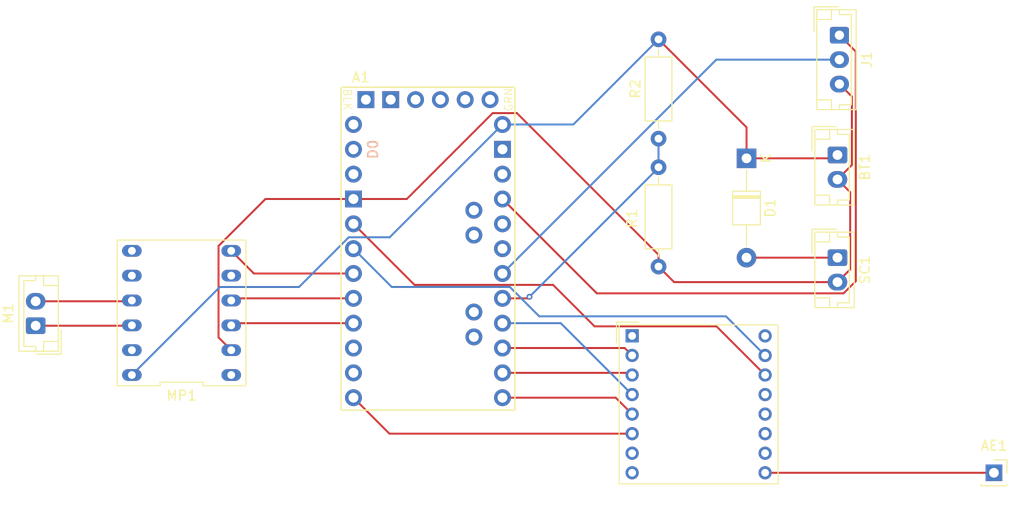
<source format=kicad_pcb>
(kicad_pcb (version 20240108) (generator "pcbnew") (generator_version "8.0")
  (layers (0 "F.Cu" signal) (31 "B.Cu" signal) (34 "B.Paste" user) (35 "F.Paste" user) (36 "B.SilkS" user "B.Silkscreen") (37 "F.SilkS" user "F.Silkscreen") (38 "B.Mask" user) (39 "F.Mask" user) (44 "Edge.Cuts" user))
  (net 0 "")
  (net 1 "Net-(D1-A)")
  (net 2 "GND")
  (net 3 "Net-(A1-PadA0)")
  (net 5 "Net-(A1-D13_SCK)")
  (net 7 "Net-(A1-D3_INT1)")
  (net 10 "Net-(A1-D10_CS)")
  (net 11 "Net-(A1-D2_INT0)")
  (net 12 "Net-(A1-D11_MOSI)")
  (net 16 "Net-(U1-RESET)")
  (net 18 "Net-(A1-D12_MISO)")
  (net 21 "Net-(MP1-IN2)")
  (net 23 "Net-(J1-Pin_2)")
  (net 25 "Net-(J1-Pin_1)")
  (net 31 "+BATT")
  (net 32 "Net-(MP1-nSLEEP_HB)")
  (net 34 "Net-(MP1-IN1)")
  (net 44 "Net-(AE1-A)")
  (net 45 "Net-(M1-+)")
  (net 46 "Net-(M1--)")
  (footprint "Connector_JST:JST_EH_B2B-EH-A_1x02_P2.50mm_Vertical" (layer "F.Cu") (at 57 82.96 90)
    (property "Reference" "M1" (at 1.25 -2.8 90) (layer "F.SilkS"))
    (property "Value" "Motor_DC")
    (pad "1" thru_hole roundrect (at 0 0 90) (size 1.7 2) (drill 1) (layers "*.Cu" "*.Mask" "In1.Cu" "In2.Cu" "In3.Cu" "In4.Cu" "In5.Cu" "In6.Cu" "In7.Cu" "In8.Cu" "In9.Cu" "In10.Cu" "In11.Cu" "In12.Cu" "In13.Cu" "In14.Cu" "In15.Cu" "In16.Cu" "In17.Cu" "In18.Cu" "In19.Cu" "In20.Cu" "In21.Cu" "In22.Cu" "In23.Cu" "In24.Cu" "In25.Cu" "In26.Cu" "In27.Cu" "In28.Cu" "In29.Cu" "In30.Cu") (roundrect_rratio 0.147059) (net 45 "Net-(M1-+)"))
    (pad "2" thru_hole oval (at 2.5 0 90) (size 1.7 2) (drill 1) (layers "*.Cu" "*.Mask" "In1.Cu" "In2.Cu" "In3.Cu" "In4.Cu" "In5.Cu" "In6.Cu" "In7.Cu" "In8.Cu" "In9.Cu" "In10.Cu" "In11.Cu" "In12.Cu" "In13.Cu" "In14.Cu" "In15.Cu" "In16.Cu" "In17.Cu" "In18.Cu" "In19.Cu" "In20.Cu" "In21.Cu" "In22.Cu" "In23.Cu" "In24.Cu" "In25.Cu" "In26.Cu" "In27.Cu" "In28.Cu" "In29.Cu" "In30.Cu") (net 46 "Net-(M1--)"))
  )
  (footprint "Resistor_THT:R_Axial_DIN0207_L6.3mm_D2.5mm_P10.16mm_Horizontal" (layer "F.Cu") (at 120.7 66.75 -90)
    (property "Reference" "R1" (at 5.25 2.7 90) (layer "F.SilkS"))
    (property "Value" "R" (hide yes))
    (pad "1" thru_hole circle (at 0 0 270) (size 1.6 1.6) (drill 0.8) (layers "*.Cu" "*.Mask" "In1.Cu" "In2.Cu" "In3.Cu" "In4.Cu" "In5.Cu" "In6.Cu" "In7.Cu" "In8.Cu" "In9.Cu" "In10.Cu" "In11.Cu" "In12.Cu" "In13.Cu" "In14.Cu" "In15.Cu" "In16.Cu" "In17.Cu" "In18.Cu" "In19.Cu" "In20.Cu" "In21.Cu" "In22.Cu" "In23.Cu" "In24.Cu" "In25.Cu" "In26.Cu" "In27.Cu" "In28.Cu" "In29.Cu" "In30.Cu") (net 3 "Net-(A1-PadA0)"))
    (pad "2" thru_hole oval (at 10.16 0 270) (size 1.6 1.6) (drill 0.8) (layers "*.Cu" "*.Mask" "In1.Cu" "In2.Cu" "In3.Cu" "In4.Cu" "In5.Cu" "In6.Cu" "In7.Cu" "In8.Cu" "In9.Cu" "In10.Cu" "In11.Cu" "In12.Cu" "In13.Cu" "In14.Cu" "In15.Cu" "In16.Cu" "In17.Cu" "In18.Cu" "In19.Cu" "In20.Cu" "In21.Cu" "In22.Cu" "In23.Cu" "In24.Cu" "In25.Cu" "In26.Cu" "In27.Cu" "In28.Cu" "In29.Cu" "In30.Cu") (net 2 "GND"))
  )
  (footprint "PCM_arduino-library:Arduino_Pro_Mini_Socket" (layer "F.Cu") (at 97.12 75.08)
    (property "Reference" "A1" (at -6.858 -17.526 0) (layer "F.SilkS"))
    (property "Value" "Arduino_Pro_Mini_Socket")
    (fp_text user "D0" (at -5.715 -10.16 -90) (layer "B.SilkS") (effects (justify mirror)))
    (fp_text user "D0" (at -5.715 -10.16 -90) (layer "F.SilkS"))
    (fp_text user "BLK" (at -8.255 -15.24 -90) (layer "F.SilkS") (effects (font (size 0.8 0.8) (thickness 0.08))))
    (fp_text user "GRN" (at 8.255 -15.24 90) (layer "F.SilkS") (effects (font (size 0.8 0.8) (thickness 0.08))))
    (pad "A0" thru_hole circle (at 7.62 5.08) (size 1.7272 1.7272) (drill 1.016) (layers "*.Cu" "*.Mask" "In1.Cu" "In2.Cu" "In3.Cu" "In4.Cu" "In5.Cu" "In6.Cu" "In7.Cu" "In8.Cu" "In9.Cu" "In10.Cu" "In11.Cu" "In12.Cu" "In13.Cu" "In14.Cu" "In15.Cu" "In16.Cu" "In17.Cu" "In18.Cu" "In19.Cu" "In20.Cu" "In21.Cu" "In22.Cu" "In23.Cu" "In24.Cu" "In25.Cu" "In26.Cu" "In27.Cu" "In28.Cu" "In29.Cu" "In30.Cu") (net 3 "Net-(A1-PadA0)"))
    (pad "A1" thru_hole circle (at 7.62 2.54) (size 1.7272 1.7272) (drill 1.016) (layers "*.Cu" "*.Mask" "In1.Cu" "In2.Cu" "In3.Cu" "In4.Cu" "In5.Cu" "In6.Cu" "In7.Cu" "In8.Cu" "In9.Cu" "In10.Cu" "In11.Cu" "In12.Cu" "In13.Cu" "In14.Cu" "In15.Cu" "In16.Cu" "In17.Cu" "In18.Cu" "In19.Cu" "In20.Cu" "In21.Cu" "In22.Cu" "In23.Cu" "In24.Cu" "In25.Cu" "In26.Cu" "In27.Cu" "In28.Cu" "In29.Cu" "In30.Cu") (net 23 "Net-(J1-Pin_2)"))
    (pad "A2" thru_hole circle (at 7.62 0) (size 1.7272 1.7272) (drill 1.016) (layers "*.Cu" "*.Mask" "In1.Cu" "In2.Cu" "In3.Cu" "In4.Cu" "In5.Cu" "In6.Cu" "In7.Cu" "In8.Cu" "In9.Cu" "In10.Cu" "In11.Cu" "In12.Cu" "In13.Cu" "In14.Cu" "In15.Cu" "In16.Cu" "In17.Cu" "In18.Cu" "In19.Cu" "In20.Cu" "In21.Cu" "In22.Cu" "In23.Cu" "In24.Cu" "In25.Cu" "In26.Cu" "In27.Cu" "In28.Cu" "In29.Cu" "In30.Cu"))
    (pad "A3" thru_hole circle (at 7.62 -2.54) (size 1.7272 1.7272) (drill 1.016) (layers "*.Cu" "*.Mask" "In1.Cu" "In2.Cu" "In3.Cu" "In4.Cu" "In5.Cu" "In6.Cu" "In7.Cu" "In8.Cu" "In9.Cu" "In10.Cu" "In11.Cu" "In12.Cu" "In13.Cu" "In14.Cu" "In15.Cu" "In16.Cu" "In17.Cu" "In18.Cu" "In19.Cu" "In20.Cu" "In21.Cu" "In22.Cu" "In23.Cu" "In24.Cu" "In25.Cu" "In26.Cu" "In27.Cu" "In28.Cu" "In29.Cu" "In30.Cu"))
    (pad "A4" thru_hole circle (at 4.6941 -1.3894) (size 1.7272 1.7272) (drill 1.016) (layers "*.Cu" "*.Mask" "In1.Cu" "In2.Cu" "In3.Cu" "In4.Cu" "In5.Cu" "In6.Cu" "In7.Cu" "In8.Cu" "In9.Cu" "In10.Cu" "In11.Cu" "In12.Cu" "In13.Cu" "In14.Cu" "In15.Cu" "In16.Cu" "In17.Cu" "In18.Cu" "In19.Cu" "In20.Cu" "In21.Cu" "In22.Cu" "In23.Cu" "In24.Cu" "In25.Cu" "In26.Cu" "In27.Cu" "In28.Cu" "In29.Cu" "In30.Cu"))
    (pad "A5" thru_hole circle (at 4.6941 -3.9294) (size 1.7272 1.7272) (drill 1.016) (layers "*.Cu" "*.Mask" "In1.Cu" "In2.Cu" "In3.Cu" "In4.Cu" "In5.Cu" "In6.Cu" "In7.Cu" "In8.Cu" "In9.Cu" "In10.Cu" "In11.Cu" "In12.Cu" "In13.Cu" "In14.Cu" "In15.Cu" "In16.Cu" "In17.Cu" "In18.Cu" "In19.Cu" "In20.Cu" "In21.Cu" "In22.Cu" "In23.Cu" "In24.Cu" "In25.Cu" "In26.Cu" "In27.Cu" "In28.Cu" "In29.Cu" "In30.Cu"))
    (pad "A6" thru_hole circle (at 4.6941 9.0246) (size 1.7272 1.7272) (drill 1.016) (layers "*.Cu" "*.Mask" "In1.Cu" "In2.Cu" "In3.Cu" "In4.Cu" "In5.Cu" "In6.Cu" "In7.Cu" "In8.Cu" "In9.Cu" "In10.Cu" "In11.Cu" "In12.Cu" "In13.Cu" "In14.Cu" "In15.Cu" "In16.Cu" "In17.Cu" "In18.Cu" "In19.Cu" "In20.Cu" "In21.Cu" "In22.Cu" "In23.Cu" "In24.Cu" "In25.Cu" "In26.Cu" "In27.Cu" "In28.Cu" "In29.Cu" "In30.Cu"))
    (pad "A7" thru_hole circle (at 4.6941 6.484) (size 1.7272 1.7272) (drill 1.016) (layers "*.Cu" "*.Mask" "In1.Cu" "In2.Cu" "In3.Cu" "In4.Cu" "In5.Cu" "In6.Cu" "In7.Cu" "In8.Cu" "In9.Cu" "In10.Cu" "In11.Cu" "In12.Cu" "In13.Cu" "In14.Cu" "In15.Cu" "In16.Cu" "In17.Cu" "In18.Cu" "In19.Cu" "In20.Cu" "In21.Cu" "In22.Cu" "In23.Cu" "In24.Cu" "In25.Cu" "In26.Cu" "In27.Cu" "In28.Cu" "In29.Cu" "In30.Cu"))
    (pad "D0" thru_hole circle (at -7.62 -10.16) (size 1.7272 1.7272) (drill 1.016) (layers "*.Cu" "*.Mask" "In1.Cu" "In2.Cu" "In3.Cu" "In4.Cu" "In5.Cu" "In6.Cu" "In7.Cu" "In8.Cu" "In9.Cu" "In10.Cu" "In11.Cu" "In12.Cu" "In13.Cu" "In14.Cu" "In15.Cu" "In16.Cu" "In17.Cu" "In18.Cu" "In19.Cu" "In20.Cu" "In21.Cu" "In22.Cu" "In23.Cu" "In24.Cu" "In25.Cu" "In26.Cu" "In27.Cu" "In28.Cu" "In29.Cu" "In30.Cu"))
    (pad "D1" thru_hole circle (at -7.62 -12.7) (size 1.7272 1.7272) (drill 1.016) (layers "*.Cu" "*.Mask" "In1.Cu" "In2.Cu" "In3.Cu" "In4.Cu" "In5.Cu" "In6.Cu" "In7.Cu" "In8.Cu" "In9.Cu" "In10.Cu" "In11.Cu" "In12.Cu" "In13.Cu" "In14.Cu" "In15.Cu" "In16.Cu" "In17.Cu" "In18.Cu" "In19.Cu" "In20.Cu" "In21.Cu" "In22.Cu" "In23.Cu" "In24.Cu" "In25.Cu" "In26.Cu" "In27.Cu" "In28.Cu" "In29.Cu" "In30.Cu"))
    (pad "D2" thru_hole circle (at -7.62 -2.54) (size 1.7272 1.7272) (drill 1.016) (layers "*.Cu" "*.Mask" "In1.Cu" "In2.Cu" "In3.Cu" "In4.Cu" "In5.Cu" "In6.Cu" "In7.Cu" "In8.Cu" "In9.Cu" "In10.Cu" "In11.Cu" "In12.Cu" "In13.Cu" "In14.Cu" "In15.Cu" "In16.Cu" "In17.Cu" "In18.Cu" "In19.Cu" "In20.Cu" "In21.Cu" "In22.Cu" "In23.Cu" "In24.Cu" "In25.Cu" "In26.Cu" "In27.Cu" "In28.Cu" "In29.Cu" "In30.Cu") (net 11 "Net-(A1-D2_INT0)"))
    (pad "D3" thru_hole circle (at -7.62 0) (size 1.7272 1.7272) (drill 1.016) (layers "*.Cu" "*.Mask" "In1.Cu" "In2.Cu" "In3.Cu" "In4.Cu" "In5.Cu" "In6.Cu" "In7.Cu" "In8.Cu" "In9.Cu" "In10.Cu" "In11.Cu" "In12.Cu" "In13.Cu" "In14.Cu" "In15.Cu" "In16.Cu" "In17.Cu" "In18.Cu" "In19.Cu" "In20.Cu" "In21.Cu" "In22.Cu" "In23.Cu" "In24.Cu" "In25.Cu" "In26.Cu" "In27.Cu" "In28.Cu" "In29.Cu" "In30.Cu") (net 7 "Net-(A1-D3_INT1)"))
    (pad "D4" thru_hole circle (at -7.62 2.54) (size 1.7272 1.7272) (drill 1.016) (layers "*.Cu" "*.Mask" "In1.Cu" "In2.Cu" "In3.Cu" "In4.Cu" "In5.Cu" "In6.Cu" "In7.Cu" "In8.Cu" "In9.Cu" "In10.Cu" "In11.Cu" "In12.Cu" "In13.Cu" "In14.Cu" "In15.Cu" "In16.Cu" "In17.Cu" "In18.Cu" "In19.Cu" "In20.Cu" "In21.Cu" "In22.Cu" "In23.Cu" "In24.Cu" "In25.Cu" "In26.Cu" "In27.Cu" "In28.Cu" "In29.Cu" "In30.Cu") (net 32 "Net-(MP1-nSLEEP_HB)"))
    (pad "D5" thru_hole circle (at -7.62 5.08) (size 1.7272 1.7272) (drill 1.016) (layers "*.Cu" "*.Mask" "In1.Cu" "In2.Cu" "In3.Cu" "In4.Cu" "In5.Cu" "In6.Cu" "In7.Cu" "In8.Cu" "In9.Cu" "In10.Cu" "In11.Cu" "In12.Cu" "In13.Cu" "In14.Cu" "In15.Cu" "In16.Cu" "In17.Cu" "In18.Cu" "In19.Cu" "In20.Cu" "In21.Cu" "In22.Cu" "In23.Cu" "In24.Cu" "In25.Cu" "In26.Cu" "In27.Cu" "In28.Cu" "In29.Cu" "In30.Cu") (net 34 "Net-(MP1-IN1)"))
    (pad "D6" thru_hole circle (at -7.62 7.62) (size 1.7272 1.7272) (drill 1.016) (layers "*.Cu" "*.Mask" "In1.Cu" "In2.Cu" "In3.Cu" "In4.Cu" "In5.Cu" "In6.Cu" "In7.Cu" "In8.Cu" "In9.Cu" "In10.Cu" "In11.Cu" "In12.Cu" "In13.Cu" "In14.Cu" "In15.Cu" "In16.Cu" "In17.Cu" "In18.Cu" "In19.Cu" "In20.Cu" "In21.Cu" "In22.Cu" "In23.Cu" "In24.Cu" "In25.Cu" "In26.Cu" "In27.Cu" "In28.Cu" "In29.Cu" "In30.Cu") (net 21 "Net-(MP1-IN2)"))
    (pad "D7" thru_hole circle (at -7.62 10.16) (size 1.7272 1.7272) (drill 1.016) (layers "*.Cu" "*.Mask" "In1.Cu" "In2.Cu" "In3.Cu" "In4.Cu" "In5.Cu" "In6.Cu" "In7.Cu" "In8.Cu" "In9.Cu" "In10.Cu" "In11.Cu" "In12.Cu" "In13.Cu" "In14.Cu" "In15.Cu" "In16.Cu" "In17.Cu" "In18.Cu" "In19.Cu" "In20.Cu" "In21.Cu" "In22.Cu" "In23.Cu" "In24.Cu" "In25.Cu" "In26.Cu" "In27.Cu" "In28.Cu" "In29.Cu" "In30.Cu"))
    (pad "D8" thru_hole circle (at -7.62 12.7) (size 1.7272 1.7272) (drill 1.016) (layers "*.Cu" "*.Mask" "In1.Cu" "In2.Cu" "In3.Cu" "In4.Cu" "In5.Cu" "In6.Cu" "In7.Cu" "In8.Cu" "In9.Cu" "In10.Cu" "In11.Cu" "In12.Cu" "In13.Cu" "In14.Cu" "In15.Cu" "In16.Cu" "In17.Cu" "In18.Cu" "In19.Cu" "In20.Cu" "In21.Cu" "In22.Cu" "In23.Cu" "In24.Cu" "In25.Cu" "In26.Cu" "In27.Cu" "In28.Cu" "In29.Cu" "In30.Cu"))
    (pad "D9" thru_hole circle (at -7.62 15.24) (size 1.7272 1.7272) (drill 1.016) (layers "*.Cu" "*.Mask" "In1.Cu" "In2.Cu" "In3.Cu" "In4.Cu" "In5.Cu" "In6.Cu" "In7.Cu" "In8.Cu" "In9.Cu" "In10.Cu" "In11.Cu" "In12.Cu" "In13.Cu" "In14.Cu" "In15.Cu" "In16.Cu" "In17.Cu" "In18.Cu" "In19.Cu" "In20.Cu" "In21.Cu" "In22.Cu" "In23.Cu" "In24.Cu" "In25.Cu" "In26.Cu" "In27.Cu" "In28.Cu" "In29.Cu" "In30.Cu") (net 16 "Net-(U1-RESET)"))
    (pad "D10" thru_hole circle (at 7.62 15.24) (size 1.7272 1.7272) (drill 1.016) (layers "*.Cu" "*.Mask" "In1.Cu" "In2.Cu" "In3.Cu" "In4.Cu" "In5.Cu" "In6.Cu" "In7.Cu" "In8.Cu" "In9.Cu" "In10.Cu" "In11.Cu" "In12.Cu" "In13.Cu" "In14.Cu" "In15.Cu" "In16.Cu" "In17.Cu" "In18.Cu" "In19.Cu" "In20.Cu" "In21.Cu" "In22.Cu" "In23.Cu" "In24.Cu" "In25.Cu" "In26.Cu" "In27.Cu" "In28.Cu" "In29.Cu" "In30.Cu") (net 10 "Net-(A1-D10_CS)"))
    (pad "D11" thru_hole circle (at 7.62 12.7) (size 1.7272 1.7272) (drill 1.016) (layers "*.Cu" "*.Mask" "In1.Cu" "In2.Cu" "In3.Cu" "In4.Cu" "In5.Cu" "In6.Cu" "In7.Cu" "In8.Cu" "In9.Cu" "In10.Cu" "In11.Cu" "In12.Cu" "In13.Cu" "In14.Cu" "In15.Cu" "In16.Cu" "In17.Cu" "In18.Cu" "In19.Cu" "In20.Cu" "In21.Cu" "In22.Cu" "In23.Cu" "In24.Cu" "In25.Cu" "In26.Cu" "In27.Cu" "In28.Cu" "In29.Cu" "In30.Cu") (net 12 "Net-(A1-D11_MOSI)"))
    (pad "D12" thru_hole circle (at 7.62 10.16) (size 1.7272 1.7272) (drill 1.016) (layers "*.Cu" "*.Mask" "In1.Cu" "In2.Cu" "In3.Cu" "In4.Cu" "In5.Cu" "In6.Cu" "In7.Cu" "In8.Cu" "In9.Cu" "In10.Cu" "In11.Cu" "In12.Cu" "In13.Cu" "In14.Cu" "In15.Cu" "In16.Cu" "In17.Cu" "In18.Cu" "In19.Cu" "In20.Cu" "In21.Cu" "In22.Cu" "In23.Cu" "In24.Cu" "In25.Cu" "In26.Cu" "In27.Cu" "In28.Cu" "In29.Cu" "In30.Cu") (net 18 "Net-(A1-D12_MISO)"))
    (pad "D13" thru_hole circle (at 7.62 7.62) (size 1.7272 1.7272) (drill 1.016) (layers "*.Cu" "*.Mask" "In1.Cu" "In2.Cu" "In3.Cu" "In4.Cu" "In5.Cu" "In6.Cu" "In7.Cu" "In8.Cu" "In9.Cu" "In10.Cu" "In11.Cu" "In12.Cu" "In13.Cu" "In14.Cu" "In15.Cu" "In16.Cu" "In17.Cu" "In18.Cu" "In19.Cu" "In20.Cu" "In21.Cu" "In22.Cu" "In23.Cu" "In24.Cu" "In25.Cu" "In26.Cu" "In27.Cu" "In28.Cu" "In29.Cu" "In30.Cu") (net 5 "Net-(A1-D13_SCK)"))
    (pad "DTR" thru_hole circle (at 6.35 -15.24) (size 1.7272 1.7272) (drill 1.016) (layers "*.Cu" "*.Mask" "In1.Cu" "In2.Cu" "In3.Cu" "In4.Cu" "In5.Cu" "In6.Cu" "In7.Cu" "In8.Cu" "In9.Cu" "In10.Cu" "In11.Cu" "In12.Cu" "In13.Cu" "In14.Cu" "In15.Cu" "In16.Cu" "In17.Cu" "In18.Cu" "In19.Cu" "In20.Cu" "In21.Cu" "In22.Cu" "In23.Cu" "In24.Cu" "In25.Cu" "In26.Cu" "In27.Cu" "In28.Cu" "In29.Cu" "In30.Cu"))
    (pad "GND1" thru_hole rect (at -7.62 -5.08) (size 1.7272 1.7272) (drill 1.016) (layers "*.Cu" "*.Mask" "In1.Cu" "In2.Cu" "In3.Cu" "In4.Cu" "In5.Cu" "In6.Cu" "In7.Cu" "In8.Cu" "In9.Cu" "In10.Cu" "In11.Cu" "In12.Cu" "In13.Cu" "In14.Cu" "In15.Cu" "In16.Cu" "In17.Cu" "In18.Cu" "In19.Cu" "In20.Cu" "In21.Cu" "In22.Cu" "In23.Cu" "In24.Cu" "In25.Cu" "In26.Cu" "In27.Cu" "In28.Cu" "In29.Cu" "In30.Cu") (net 2 "GND"))
    (pad "GND2" thru_hole rect (at 7.62 -10.16) (size 1.7272 1.7272) (drill 1.016) (layers "*.Cu" "*.Mask" "In1.Cu" "In2.Cu" "In3.Cu" "In4.Cu" "In5.Cu" "In6.Cu" "In7.Cu" "In8.Cu" "In9.Cu" "In10.Cu" "In11.Cu" "In12.Cu" "In13.Cu" "In14.Cu" "In15.Cu" "In16.Cu" "In17.Cu" "In18.Cu" "In19.Cu" "In20.Cu" "In21.Cu" "In22.Cu" "In23.Cu" "In24.Cu" "In25.Cu" "In26.Cu" "In27.Cu" "In28.Cu" "In29.Cu" "In30.Cu"))
    (pad "GND4" thru_hole rect (at -3.81 -15.24) (size 1.7272 1.7272) (drill 1.016) (layers "*.Cu" "*.Mask" "In1.Cu" "In2.Cu" "In3.Cu" "In4.Cu" "In5.Cu" "In6.Cu" "In7.Cu" "In8.Cu" "In9.Cu" "In10.Cu" "In11.Cu" "In12.Cu" "In13.Cu" "In14.Cu" "In15.Cu" "In16.Cu" "In17.Cu" "In18.Cu" "In19.Cu" "In20.Cu" "In21.Cu" "In22.Cu" "In23.Cu" "In24.Cu" "In25.Cu" "In26.Cu" "In27.Cu" "In28.Cu" "In29.Cu" "In30.Cu"))
    (pad "GND5" thru_hole rect (at -6.35 -15.24) (size 1.7272 1.7272) (drill 1.016) (layers "*.Cu" "*.Mask" "In1.Cu" "In2.Cu" "In3.Cu" "In4.Cu" "In5.Cu" "In6.Cu" "In7.Cu" "In8.Cu" "In9.Cu" "In10.Cu" "In11.Cu" "In12.Cu" "In13.Cu" "In14.Cu" "In15.Cu" "In16.Cu" "In17.Cu" "In18.Cu" "In19.Cu" "In20.Cu" "In21.Cu" "In22.Cu" "In23.Cu" "In24.Cu" "In25.Cu" "In26.Cu" "In27.Cu" "In28.Cu" "In29.Cu" "In30.Cu"))
    (pad "RAW" thru_hole circle (at 7.62 -12.7) (size 1.7272 1.7272) (drill 1.016) (layers "*.Cu" "*.Mask" "In1.Cu" "In2.Cu" "In3.Cu" "In4.Cu" "In5.Cu" "In6.Cu" "In7.Cu" "In8.Cu" "In9.Cu" "In10.Cu" "In11.Cu" "In12.Cu" "In13.Cu" "In14.Cu" "In15.Cu" "In16.Cu" "In17.Cu" "In18.Cu" "In19.Cu" "In20.Cu" "In21.Cu" "In22.Cu" "In23.Cu" "In24.Cu" "In25.Cu" "In26.Cu" "In27.Cu" "In28.Cu" "In29.Cu" "In30.Cu") (net 31 "+BATT"))
    (pad "RST1" thru_hole circle (at -7.62 -7.62) (size 1.7272 1.7272) (drill 1.016) (layers "*.Cu" "*.Mask" "In1.Cu" "In2.Cu" "In3.Cu" "In4.Cu" "In5.Cu" "In6.Cu" "In7.Cu" "In8.Cu" "In9.Cu" "In10.Cu" "In11.Cu" "In12.Cu" "In13.Cu" "In14.Cu" "In15.Cu" "In16.Cu" "In17.Cu" "In18.Cu" "In19.Cu" "In20.Cu" "In21.Cu" "In22.Cu" "In23.Cu" "In24.Cu" "In25.Cu" "In26.Cu" "In27.Cu" "In28.Cu" "In29.Cu" "In30.Cu"))
    (pad "RST2" thru_hole circle (at 7.62 -7.62) (size 1.7272 1.7272) (drill 1.016) (layers "*.Cu" "*.Mask" "In1.Cu" "In2.Cu" "In3.Cu" "In4.Cu" "In5.Cu" "In6.Cu" "In7.Cu" "In8.Cu" "In9.Cu" "In10.Cu" "In11.Cu" "In12.Cu" "In13.Cu" "In14.Cu" "In15.Cu" "In16.Cu" "In17.Cu" "In18.Cu" "In19.Cu" "In20.Cu" "In21.Cu" "In22.Cu" "In23.Cu" "In24.Cu" "In25.Cu" "In26.Cu" "In27.Cu" "In28.Cu" "In29.Cu" "In30.Cu"))
    (pad "RXI" thru_hole circle (at 1.27 -15.24) (size 1.7272 1.7272) (drill 1.016) (layers "*.Cu" "*.Mask" "In1.Cu" "In2.Cu" "In3.Cu" "In4.Cu" "In5.Cu" "In6.Cu" "In7.Cu" "In8.Cu" "In9.Cu" "In10.Cu" "In11.Cu" "In12.Cu" "In13.Cu" "In14.Cu" "In15.Cu" "In16.Cu" "In17.Cu" "In18.Cu" "In19.Cu" "In20.Cu" "In21.Cu" "In22.Cu" "In23.Cu" "In24.Cu" "In25.Cu" "In26.Cu" "In27.Cu" "In28.Cu" "In29.Cu" "In30.Cu"))
    (pad "TXO" thru_hole circle (at 3.81 -15.24) (size 1.7272 1.7272) (drill 1.016) (layers "*.Cu" "*.Mask" "In1.Cu" "In2.Cu" "In3.Cu" "In4.Cu" "In5.Cu" "In6.Cu" "In7.Cu" "In8.Cu" "In9.Cu" "In10.Cu" "In11.Cu" "In12.Cu" "In13.Cu" "In14.Cu" "In15.Cu" "In16.Cu" "In17.Cu" "In18.Cu" "In19.Cu" "In20.Cu" "In21.Cu" "In22.Cu" "In23.Cu" "In24.Cu" "In25.Cu" "In26.Cu" "In27.Cu" "In28.Cu" "In29.Cu" "In30.Cu"))
    (pad "Vcc1" thru_hole circle (at 7.62 -5.08) (size 1.7272 1.7272) (drill 1.016) (layers "*.Cu" "*.Mask" "In1.Cu" "In2.Cu" "In3.Cu" "In4.Cu" "In5.Cu" "In6.Cu" "In7.Cu" "In8.Cu" "In9.Cu" "In10.Cu" "In11.Cu" "In12.Cu" "In13.Cu" "In14.Cu" "In15.Cu" "In16.Cu" "In17.Cu" "In18.Cu" "In19.Cu" "In20.Cu" "In21.Cu" "In22.Cu" "In23.Cu" "In24.Cu" "In25.Cu" "In26.Cu" "In27.Cu" "In28.Cu" "In29.Cu" "In30.Cu") (net 25 "Net-(J1-Pin_1)"))
    (pad "Vcc2" thru_hole circle (at -1.27 -15.24) (size 1.7272 1.7272) (drill 1.016) (layers "*.Cu" "*.Mask" "In1.Cu" "In2.Cu" "In3.Cu" "In4.Cu" "In5.Cu" "In6.Cu" "In7.Cu" "In8.Cu" "In9.Cu" "In10.Cu" "In11.Cu" "In12.Cu" "In13.Cu" "In14.Cu" "In15.Cu" "In16.Cu" "In17.Cu" "In18.Cu" "In19.Cu" "In20.Cu" "In21.Cu" "In22.Cu" "In23.Cu" "In24.Cu" "In25.Cu" "In26.Cu" "In27.Cu" "In28.Cu" "In29.Cu" "In30.Cu"))
  )
  (footprint "Connector_JST:JST_EH_B3B-EH-A_1x03_P2.50mm_Vertical" (layer "F.Cu") (at 139.2 53.25 -90)
    (property "Reference" "J1" (at 2.5 -2.8 90) (layer "F.SilkS"))
    (property "Value" "Moisture sensor")
    (pad "1" thru_hole roundrect (at 0 0 270) (size 1.7 1.95) (drill 0.95) (layers "*.Cu" "*.Mask" "In1.Cu" "In2.Cu" "In3.Cu" "In4.Cu" "In5.Cu" "In6.Cu" "In7.Cu" "In8.Cu" "In9.Cu" "In10.Cu" "In11.Cu" "In12.Cu" "In13.Cu" "In14.Cu" "In15.Cu" "In16.Cu" "In17.Cu" "In18.Cu" "In19.Cu" "In20.Cu" "In21.Cu" "In22.Cu" "In23.Cu" "In24.Cu" "In25.Cu" "In26.Cu" "In27.Cu" "In28.Cu" "In29.Cu" "In30.Cu") (roundrect_rratio 0.147059) (net 25 "Net-(J1-Pin_1)"))
    (pad "2" thru_hole oval (at 2.5 0 270) (size 1.7 1.95) (drill 0.95) (layers "*.Cu" "*.Mask" "In1.Cu" "In2.Cu" "In3.Cu" "In4.Cu" "In5.Cu" "In6.Cu" "In7.Cu" "In8.Cu" "In9.Cu" "In10.Cu" "In11.Cu" "In12.Cu" "In13.Cu" "In14.Cu" "In15.Cu" "In16.Cu" "In17.Cu" "In18.Cu" "In19.Cu" "In20.Cu" "In21.Cu" "In22.Cu" "In23.Cu" "In24.Cu" "In25.Cu" "In26.Cu" "In27.Cu" "In28.Cu" "In29.Cu" "In30.Cu") (net 23 "Net-(J1-Pin_2)"))
    (pad "3" thru_hole oval (at 5 0 270) (size 1.7 1.95) (drill 0.95) (layers "*.Cu" "*.Mask" "In1.Cu" "In2.Cu" "In3.Cu" "In4.Cu" "In5.Cu" "In6.Cu" "In7.Cu" "In8.Cu" "In9.Cu" "In10.Cu" "In11.Cu" "In12.Cu" "In13.Cu" "In14.Cu" "In15.Cu" "In16.Cu" "In17.Cu" "In18.Cu" "In19.Cu" "In20.Cu" "In21.Cu" "In22.Cu" "In23.Cu" "In24.Cu" "In25.Cu" "In26.Cu" "In27.Cu" "In28.Cu" "In29.Cu" "In30.Cu") (net 2 "GND"))
  )
  (footprint "Resistor_THT:R_Axial_DIN0207_L6.3mm_D2.5mm_P10.16mm_Horizontal" (layer "F.Cu") (at 120.7 63.83 90)
    (property "Reference" "R2" (at 5.08 -2.37 90) (layer "F.SilkS"))
    (property "Value" "R" (hide yes))
    (pad "1" thru_hole circle (at 0 0 90) (size 1.6 1.6) (drill 0.8) (layers "*.Cu" "*.Mask" "In1.Cu" "In2.Cu" "In3.Cu" "In4.Cu" "In5.Cu" "In6.Cu" "In7.Cu" "In8.Cu" "In9.Cu" "In10.Cu" "In11.Cu" "In12.Cu" "In13.Cu" "In14.Cu" "In15.Cu" "In16.Cu" "In17.Cu" "In18.Cu" "In19.Cu" "In20.Cu" "In21.Cu" "In22.Cu" "In23.Cu" "In24.Cu" "In25.Cu" "In26.Cu" "In27.Cu" "In28.Cu" "In29.Cu" "In30.Cu") (net 3 "Net-(A1-PadA0)"))
    (pad "2" thru_hole oval (at 10.16 0 90) (size 1.6 1.6) (drill 0.8) (layers "*.Cu" "*.Mask" "In1.Cu" "In2.Cu" "In3.Cu" "In4.Cu" "In5.Cu" "In6.Cu" "In7.Cu" "In8.Cu" "In9.Cu" "In10.Cu" "In11.Cu" "In12.Cu" "In13.Cu" "In14.Cu" "In15.Cu" "In16.Cu" "In17.Cu" "In18.Cu" "In19.Cu" "In20.Cu" "In21.Cu" "In22.Cu" "In23.Cu" "In24.Cu" "In25.Cu" "In26.Cu" "In27.Cu" "In28.Cu" "In29.Cu" "In30.Cu") (net 31 "+BATT"))
  )
  (footprint "Connector_JST:JST_EH_B2B-EH-A_1x02_P2.50mm_Vertical" (layer "F.Cu") (at 139 76 -90)
    (property "Reference" "SC1" (at 1.25 -2.8 90) (layer "F.SilkS"))
    (property "Value" "Solar_Cell")
    (pad "1" thru_hole roundrect (at 0 0 270) (size 1.7 2) (drill 1) (layers "*.Cu" "*.Mask" "In1.Cu" "In2.Cu" "In3.Cu" "In4.Cu" "In5.Cu" "In6.Cu" "In7.Cu" "In8.Cu" "In9.Cu" "In10.Cu" "In11.Cu" "In12.Cu" "In13.Cu" "In14.Cu" "In15.Cu" "In16.Cu" "In17.Cu" "In18.Cu" "In19.Cu" "In20.Cu" "In21.Cu" "In22.Cu" "In23.Cu" "In24.Cu" "In25.Cu" "In26.Cu" "In27.Cu" "In28.Cu" "In29.Cu" "In30.Cu") (roundrect_rratio 0.147059) (net 1 "Net-(D1-A)"))
    (pad "2" thru_hole oval (at 2.5 0 270) (size 1.7 2) (drill 1) (layers "*.Cu" "*.Mask" "In1.Cu" "In2.Cu" "In3.Cu" "In4.Cu" "In5.Cu" "In6.Cu" "In7.Cu" "In8.Cu" "In9.Cu" "In10.Cu" "In11.Cu" "In12.Cu" "In13.Cu" "In14.Cu" "In15.Cu" "In16.Cu" "In17.Cu" "In18.Cu" "In19.Cu" "In20.Cu" "In21.Cu" "In22.Cu" "In23.Cu" "In24.Cu" "In25.Cu" "In26.Cu" "In27.Cu" "In28.Cu" "In29.Cu" "In30.Cu") (net 2 "GND"))
  )
  (footprint "RF_Module:HOPERF_RFM9XW_THT" (layer "F.Cu") (at 118 84)
    (property "Reference" "U1" (hide yes))
    (property "Value" "RFM95W-868S2")
    (pad "1" thru_hole rect (at 0 0) (size 1.35 1.35) (drill 0.8) (layers "*.Cu" "*.Mask" "In1.Cu" "In2.Cu" "In3.Cu" "In4.Cu" "In5.Cu" "In6.Cu" "In7.Cu" "In8.Cu" "In9.Cu" "In10.Cu" "In11.Cu" "In12.Cu" "In13.Cu" "In14.Cu" "In15.Cu" "In16.Cu" "In17.Cu" "In18.Cu" "In19.Cu" "In20.Cu" "In21.Cu" "In22.Cu" "In23.Cu" "In24.Cu" "In25.Cu" "In26.Cu" "In27.Cu" "In28.Cu" "In29.Cu" "In30.Cu"))
    (pad "2" thru_hole circle (at 0 2) (size 1.35 1.35) (drill 0.8) (layers "*.Cu" "*.Mask" "In1.Cu" "In2.Cu" "In3.Cu" "In4.Cu" "In5.Cu" "In6.Cu" "In7.Cu" "In8.Cu" "In9.Cu" "In10.Cu" "In11.Cu" "In12.Cu" "In13.Cu" "In14.Cu" "In15.Cu" "In16.Cu" "In17.Cu" "In18.Cu" "In19.Cu" "In20.Cu" "In21.Cu" "In22.Cu" "In23.Cu" "In24.Cu" "In25.Cu" "In26.Cu" "In27.Cu" "In28.Cu" "In29.Cu" "In30.Cu") (net 18 "Net-(A1-D12_MISO)"))
    (pad "3" thru_hole circle (at 0 4) (size 1.35 1.35) (drill 0.8) (layers "*.Cu" "*.Mask" "In1.Cu" "In2.Cu" "In3.Cu" "In4.Cu" "In5.Cu" "In6.Cu" "In7.Cu" "In8.Cu" "In9.Cu" "In10.Cu" "In11.Cu" "In12.Cu" "In13.Cu" "In14.Cu" "In15.Cu" "In16.Cu" "In17.Cu" "In18.Cu" "In19.Cu" "In20.Cu" "In21.Cu" "In22.Cu" "In23.Cu" "In24.Cu" "In25.Cu" "In26.Cu" "In27.Cu" "In28.Cu" "In29.Cu" "In30.Cu") (net 12 "Net-(A1-D11_MOSI)"))
    (pad "4" thru_hole circle (at 0 6) (size 1.35 1.35) (drill 0.8) (layers "*.Cu" "*.Mask" "In1.Cu" "In2.Cu" "In3.Cu" "In4.Cu" "In5.Cu" "In6.Cu" "In7.Cu" "In8.Cu" "In9.Cu" "In10.Cu" "In11.Cu" "In12.Cu" "In13.Cu" "In14.Cu" "In15.Cu" "In16.Cu" "In17.Cu" "In18.Cu" "In19.Cu" "In20.Cu" "In21.Cu" "In22.Cu" "In23.Cu" "In24.Cu" "In25.Cu" "In26.Cu" "In27.Cu" "In28.Cu" "In29.Cu" "In30.Cu") (net 5 "Net-(A1-D13_SCK)"))
    (pad "5" thru_hole circle (at 0 8) (size 1.35 1.35) (drill 0.8) (layers "*.Cu" "*.Mask" "In1.Cu" "In2.Cu" "In3.Cu" "In4.Cu" "In5.Cu" "In6.Cu" "In7.Cu" "In8.Cu" "In9.Cu" "In10.Cu" "In11.Cu" "In12.Cu" "In13.Cu" "In14.Cu" "In15.Cu" "In16.Cu" "In17.Cu" "In18.Cu" "In19.Cu" "In20.Cu" "In21.Cu" "In22.Cu" "In23.Cu" "In24.Cu" "In25.Cu" "In26.Cu" "In27.Cu" "In28.Cu" "In29.Cu" "In30.Cu") (net 10 "Net-(A1-D10_CS)"))
    (pad "6" thru_hole circle (at 0 10) (size 1.35 1.35) (drill 0.8) (layers "*.Cu" "*.Mask" "In1.Cu" "In2.Cu" "In3.Cu" "In4.Cu" "In5.Cu" "In6.Cu" "In7.Cu" "In8.Cu" "In9.Cu" "In10.Cu" "In11.Cu" "In12.Cu" "In13.Cu" "In14.Cu" "In15.Cu" "In16.Cu" "In17.Cu" "In18.Cu" "In19.Cu" "In20.Cu" "In21.Cu" "In22.Cu" "In23.Cu" "In24.Cu" "In25.Cu" "In26.Cu" "In27.Cu" "In28.Cu" "In29.Cu" "In30.Cu") (net 16 "Net-(U1-RESET)"))
    (pad "7" thru_hole circle (at 0 12) (size 1.35 1.35) (drill 0.8) (layers "*.Cu" "*.Mask" "In1.Cu" "In2.Cu" "In3.Cu" "In4.Cu" "In5.Cu" "In6.Cu" "In7.Cu" "In8.Cu" "In9.Cu" "In10.Cu" "In11.Cu" "In12.Cu" "In13.Cu" "In14.Cu" "In15.Cu" "In16.Cu" "In17.Cu" "In18.Cu" "In19.Cu" "In20.Cu" "In21.Cu" "In22.Cu" "In23.Cu" "In24.Cu" "In25.Cu" "In26.Cu" "In27.Cu" "In28.Cu" "In29.Cu" "In30.Cu"))
    (pad "8" thru_hole circle (at 0 14) (size 1.35 1.35) (drill 0.8) (layers "*.Cu" "*.Mask" "In1.Cu" "In2.Cu" "In3.Cu" "In4.Cu" "In5.Cu" "In6.Cu" "In7.Cu" "In8.Cu" "In9.Cu" "In10.Cu" "In11.Cu" "In12.Cu" "In13.Cu" "In14.Cu" "In15.Cu" "In16.Cu" "In17.Cu" "In18.Cu" "In19.Cu" "In20.Cu" "In21.Cu" "In22.Cu" "In23.Cu" "In24.Cu" "In25.Cu" "In26.Cu" "In27.Cu" "In28.Cu" "In29.Cu" "In30.Cu"))
    (pad "9" thru_hole circle (at 13.6 14) (size 1.35 1.35) (drill 0.8) (layers "*.Cu" "*.Mask" "In1.Cu" "In2.Cu" "In3.Cu" "In4.Cu" "In5.Cu" "In6.Cu" "In7.Cu" "In8.Cu" "In9.Cu" "In10.Cu" "In11.Cu" "In12.Cu" "In13.Cu" "In14.Cu" "In15.Cu" "In16.Cu" "In17.Cu" "In18.Cu" "In19.Cu" "In20.Cu" "In21.Cu" "In22.Cu" "In23.Cu" "In24.Cu" "In25.Cu" "In26.Cu" "In27.Cu" "In28.Cu" "In29.Cu" "In30.Cu") (net 44 "Net-(AE1-A)"))
    (pad "10" thru_hole circle (at 13.6 12) (size 1.35 1.35) (drill 0.8) (layers "*.Cu" "*.Mask" "In1.Cu" "In2.Cu" "In3.Cu" "In4.Cu" "In5.Cu" "In6.Cu" "In7.Cu" "In8.Cu" "In9.Cu" "In10.Cu" "In11.Cu" "In12.Cu" "In13.Cu" "In14.Cu" "In15.Cu" "In16.Cu" "In17.Cu" "In18.Cu" "In19.Cu" "In20.Cu" "In21.Cu" "In22.Cu" "In23.Cu" "In24.Cu" "In25.Cu" "In26.Cu" "In27.Cu" "In28.Cu" "In29.Cu" "In30.Cu"))
    (pad "11" thru_hole circle (at 13.6 10) (size 1.35 1.35) (drill 0.8) (layers "*.Cu" "*.Mask" "In1.Cu" "In2.Cu" "In3.Cu" "In4.Cu" "In5.Cu" "In6.Cu" "In7.Cu" "In8.Cu" "In9.Cu" "In10.Cu" "In11.Cu" "In12.Cu" "In13.Cu" "In14.Cu" "In15.Cu" "In16.Cu" "In17.Cu" "In18.Cu" "In19.Cu" "In20.Cu" "In21.Cu" "In22.Cu" "In23.Cu" "In24.Cu" "In25.Cu" "In26.Cu" "In27.Cu" "In28.Cu" "In29.Cu" "In30.Cu"))
    (pad "12" thru_hole circle (at 13.6 8) (size 1.35 1.35) (drill 0.8) (layers "*.Cu" "*.Mask" "In1.Cu" "In2.Cu" "In3.Cu" "In4.Cu" "In5.Cu" "In6.Cu" "In7.Cu" "In8.Cu" "In9.Cu" "In10.Cu" "In11.Cu" "In12.Cu" "In13.Cu" "In14.Cu" "In15.Cu" "In16.Cu" "In17.Cu" "In18.Cu" "In19.Cu" "In20.Cu" "In21.Cu" "In22.Cu" "In23.Cu" "In24.Cu" "In25.Cu" "In26.Cu" "In27.Cu" "In28.Cu" "In29.Cu" "In30.Cu"))
    (pad "13" thru_hole circle (at 13.6 6) (size 1.35 1.35) (drill 0.8) (layers "*.Cu" "*.Mask" "In1.Cu" "In2.Cu" "In3.Cu" "In4.Cu" "In5.Cu" "In6.Cu" "In7.Cu" "In8.Cu" "In9.Cu" "In10.Cu" "In11.Cu" "In12.Cu" "In13.Cu" "In14.Cu" "In15.Cu" "In16.Cu" "In17.Cu" "In18.Cu" "In19.Cu" "In20.Cu" "In21.Cu" "In22.Cu" "In23.Cu" "In24.Cu" "In25.Cu" "In26.Cu" "In27.Cu" "In28.Cu" "In29.Cu" "In30.Cu"))
    (pad "14" thru_hole circle (at 13.6 4) (size 1.35 1.35) (drill 0.8) (layers "*.Cu" "*.Mask" "In1.Cu" "In2.Cu" "In3.Cu" "In4.Cu" "In5.Cu" "In6.Cu" "In7.Cu" "In8.Cu" "In9.Cu" "In10.Cu" "In11.Cu" "In12.Cu" "In13.Cu" "In14.Cu" "In15.Cu" "In16.Cu" "In17.Cu" "In18.Cu" "In19.Cu" "In20.Cu" "In21.Cu" "In22.Cu" "In23.Cu" "In24.Cu" "In25.Cu" "In26.Cu" "In27.Cu" "In28.Cu" "In29.Cu" "In30.Cu") (net 11 "Net-(A1-D2_INT0)"))
    (pad "15" thru_hole circle (at 13.6 2) (size 1.35 1.35) (drill 0.8) (layers "*.Cu" "*.Mask" "In1.Cu" "In2.Cu" "In3.Cu" "In4.Cu" "In5.Cu" "In6.Cu" "In7.Cu" "In8.Cu" "In9.Cu" "In10.Cu" "In11.Cu" "In12.Cu" "In13.Cu" "In14.Cu" "In15.Cu" "In16.Cu" "In17.Cu" "In18.Cu" "In19.Cu" "In20.Cu" "In21.Cu" "In22.Cu" "In23.Cu" "In24.Cu" "In25.Cu" "In26.Cu" "In27.Cu" "In28.Cu" "In29.Cu" "In30.Cu") (net 7 "Net-(A1-D3_INT1)"))
    (pad "16" thru_hole circle (at 13.6 0) (size 1.35 1.35) (drill 0.8) (layers "*.Cu" "*.Mask" "In1.Cu" "In2.Cu" "In3.Cu" "In4.Cu" "In5.Cu" "In6.Cu" "In7.Cu" "In8.Cu" "In9.Cu" "In10.Cu" "In11.Cu" "In12.Cu" "In13.Cu" "In14.Cu" "In15.Cu" "In16.Cu" "In17.Cu" "In18.Cu" "In19.Cu" "In20.Cu" "In21.Cu" "In22.Cu" "In23.Cu" "In24.Cu" "In25.Cu" "In26.Cu" "In27.Cu" "In28.Cu" "In29.Cu" "In30.Cu"))
  )
  (footprint "watering:MP6550" (layer "F.Cu") (at 71.92 81.65 90)
    (property "Reference" "MP1" (at -8.45 0 0) (layer "F.SilkS"))
    (property "Value" "~")
    (pad "1" thru_hole oval (at -6.35 5.08 90) (size 1.2 2) (drill 0.8) (layers "*.Cu" "*.Mask" "In1.Cu" "In2.Cu" "In3.Cu" "In4.Cu" "In5.Cu" "In6.Cu" "In7.Cu" "In8.Cu" "In9.Cu" "In10.Cu" "In11.Cu" "In12.Cu" "In13.Cu" "In14.Cu" "In15.Cu" "In16.Cu" "In17.Cu" "In18.Cu" "In19.Cu" "In20.Cu" "In21.Cu" "In22.Cu" "In23.Cu" "In24.Cu" "In25.Cu" "In26.Cu" "In27.Cu" "In28.Cu" "In29.Cu" "In30.Cu"))
    (pad "2" thru_hole oval (at -3.81 5.08 90) (size 1.2 2) (drill 0.8) (layers "*.Cu" "*.Mask" "In1.Cu" "In2.Cu" "In3.Cu" "In4.Cu" "In5.Cu" "In6.Cu" "In7.Cu" "In8.Cu" "In9.Cu" "In10.Cu" "In11.Cu" "In12.Cu" "In13.Cu" "In14.Cu" "In15.Cu" "In16.Cu" "In17.Cu" "In18.Cu" "In19.Cu" "In20.Cu" "In21.Cu" "In22.Cu" "In23.Cu" "In24.Cu" "In25.Cu" "In26.Cu" "In27.Cu" "In28.Cu" "In29.Cu" "In30.Cu") (net 2 "GND"))
    (pad "3" thru_hole oval (at -1.27 5.08 90) (size 1.2 2) (drill 0.8) (layers "*.Cu" "*.Mask" "In1.Cu" "In2.Cu" "In3.Cu" "In4.Cu" "In5.Cu" "In6.Cu" "In7.Cu" "In8.Cu" "In9.Cu" "In10.Cu" "In11.Cu" "In12.Cu" "In13.Cu" "In14.Cu" "In15.Cu" "In16.Cu" "In17.Cu" "In18.Cu" "In19.Cu" "In20.Cu" "In21.Cu" "In22.Cu" "In23.Cu" "In24.Cu" "In25.Cu" "In26.Cu" "In27.Cu" "In28.Cu" "In29.Cu" "In30.Cu") (net 21 "Net-(MP1-IN2)"))
    (pad "4" thru_hole oval (at 1.27 5.08 90) (size 1.2 2) (drill 0.8) (layers "*.Cu" "*.Mask" "In1.Cu" "In2.Cu" "In3.Cu" "In4.Cu" "In5.Cu" "In6.Cu" "In7.Cu" "In8.Cu" "In9.Cu" "In10.Cu" "In11.Cu" "In12.Cu" "In13.Cu" "In14.Cu" "In15.Cu" "In16.Cu" "In17.Cu" "In18.Cu" "In19.Cu" "In20.Cu" "In21.Cu" "In22.Cu" "In23.Cu" "In24.Cu" "In25.Cu" "In26.Cu" "In27.Cu" "In28.Cu" "In29.Cu" "In30.Cu") (net 34 "Net-(MP1-IN1)"))
    (pad "5" thru_hole oval (at 3.81 5.08 90) (size 1.2 2) (drill 0.8) (layers "*.Cu" "*.Mask" "In1.Cu" "In2.Cu" "In3.Cu" "In4.Cu" "In5.Cu" "In6.Cu" "In7.Cu" "In8.Cu" "In9.Cu" "In10.Cu" "In11.Cu" "In12.Cu" "In13.Cu" "In14.Cu" "In15.Cu" "In16.Cu" "In17.Cu" "In18.Cu" "In19.Cu" "In20.Cu" "In21.Cu" "In22.Cu" "In23.Cu" "In24.Cu" "In25.Cu" "In26.Cu" "In27.Cu" "In28.Cu" "In29.Cu" "In30.Cu"))
    (pad "6" thru_hole oval (at 6.35 5.08 90) (size 1.2 2) (drill 0.8) (layers "*.Cu" "*.Mask" "In1.Cu" "In2.Cu" "In3.Cu" "In4.Cu" "In5.Cu" "In6.Cu" "In7.Cu" "In8.Cu" "In9.Cu" "In10.Cu" "In11.Cu" "In12.Cu" "In13.Cu" "In14.Cu" "In15.Cu" "In16.Cu" "In17.Cu" "In18.Cu" "In19.Cu" "In20.Cu" "In21.Cu" "In22.Cu" "In23.Cu" "In24.Cu" "In25.Cu" "In26.Cu" "In27.Cu" "In28.Cu" "In29.Cu" "In30.Cu") (net 32 "Net-(MP1-nSLEEP_HB)"))
    (pad "7" thru_hole oval (at 6.35 -5.08 90) (size 1.2 2) (drill 0.8) (layers "*.Cu" "*.Mask" "In1.Cu" "In2.Cu" "In3.Cu" "In4.Cu" "In5.Cu" "In6.Cu" "In7.Cu" "In8.Cu" "In9.Cu" "In10.Cu" "In11.Cu" "In12.Cu" "In13.Cu" "In14.Cu" "In15.Cu" "In16.Cu" "In17.Cu" "In18.Cu" "In19.Cu" "In20.Cu" "In21.Cu" "In22.Cu" "In23.Cu" "In24.Cu" "In25.Cu" "In26.Cu" "In27.Cu" "In28.Cu" "In29.Cu" "In30.Cu"))
    (pad "8" thru_hole oval (at 3.81 -5.08 90) (size 1.2 2) (drill 0.8) (layers "*.Cu" "*.Mask" "In1.Cu" "In2.Cu" "In3.Cu" "In4.Cu" "In5.Cu" "In6.Cu" "In7.Cu" "In8.Cu" "In9.Cu" "In10.Cu" "In11.Cu" "In12.Cu" "In13.Cu" "In14.Cu" "In15.Cu" "In16.Cu" "In17.Cu" "In18.Cu" "In19.Cu" "In20.Cu" "In21.Cu" "In22.Cu" "In23.Cu" "In24.Cu" "In25.Cu" "In26.Cu" "In27.Cu" "In28.Cu" "In29.Cu" "In30.Cu"))
    (pad "9" thru_hole oval (at 1.27 -5.08 90) (size 1.2 2) (drill 0.8) (layers "*.Cu" "*.Mask" "In1.Cu" "In2.Cu" "In3.Cu" "In4.Cu" "In5.Cu" "In6.Cu" "In7.Cu" "In8.Cu" "In9.Cu" "In10.Cu" "In11.Cu" "In12.Cu" "In13.Cu" "In14.Cu" "In15.Cu" "In16.Cu" "In17.Cu" "In18.Cu" "In19.Cu" "In20.Cu" "In21.Cu" "In22.Cu" "In23.Cu" "In24.Cu" "In25.Cu" "In26.Cu" "In27.Cu" "In28.Cu" "In29.Cu" "In30.Cu") (net 46 "Net-(M1--)"))
    (pad "10" thru_hole oval (at -1.27 -5.08 90) (size 1.2 2) (drill 0.8) (layers "*.Cu" "*.Mask" "In1.Cu" "In2.Cu" "In3.Cu" "In4.Cu" "In5.Cu" "In6.Cu" "In7.Cu" "In8.Cu" "In9.Cu" "In10.Cu" "In11.Cu" "In12.Cu" "In13.Cu" "In14.Cu" "In15.Cu" "In16.Cu" "In17.Cu" "In18.Cu" "In19.Cu" "In20.Cu" "In21.Cu" "In22.Cu" "In23.Cu" "In24.Cu" "In25.Cu" "In26.Cu" "In27.Cu" "In28.Cu" "In29.Cu" "In30.Cu") (net 45 "Net-(M1-+)"))
    (pad "11" thru_hole oval (at -3.81 -5.08 90) (size 1.2 2) (drill 0.8) (layers "*.Cu" "*.Mask" "In1.Cu" "In2.Cu" "In3.Cu" "In4.Cu" "In5.Cu" "In6.Cu" "In7.Cu" "In8.Cu" "In9.Cu" "In10.Cu" "In11.Cu" "In12.Cu" "In13.Cu" "In14.Cu" "In15.Cu" "In16.Cu" "In17.Cu" "In18.Cu" "In19.Cu" "In20.Cu" "In21.Cu" "In22.Cu" "In23.Cu" "In24.Cu" "In25.Cu" "In26.Cu" "In27.Cu" "In28.Cu" "In29.Cu" "In30.Cu"))
    (pad "12" thru_hole oval (at -6.35 -5.08 90) (size 1.2 2) (drill 0.8) (layers "*.Cu" "*.Mask" "In1.Cu" "In2.Cu" "In3.Cu" "In4.Cu" "In5.Cu" "In6.Cu" "In7.Cu" "In8.Cu" "In9.Cu" "In10.Cu" "In11.Cu" "In12.Cu" "In13.Cu" "In14.Cu" "In15.Cu" "In16.Cu" "In17.Cu" "In18.Cu" "In19.Cu" "In20.Cu" "In21.Cu" "In22.Cu" "In23.Cu" "In24.Cu" "In25.Cu" "In26.Cu" "In27.Cu" "In28.Cu" "In29.Cu" "In30.Cu") (net 31 "+BATT"))
  )
  (footprint "Diode_THT:D_T-1_P10.16mm_Horizontal" (layer "F.Cu") (at 129.7 65.84 -90)
    (property "Reference" "D1" (at 5.08 -2.42 90) (layer "F.SilkS"))
    (property "Value" "D")
    (fp_text user "K" (at 0 -2 90) (layer "F.SilkS"))
    (pad "1" thru_hole rect (at 0 0 270) (size 2 2) (drill 1) (layers "*.Cu" "*.Mask" "In1.Cu" "In2.Cu" "In3.Cu" "In4.Cu" "In5.Cu" "In6.Cu" "In7.Cu" "In8.Cu" "In9.Cu" "In10.Cu" "In11.Cu" "In12.Cu" "In13.Cu" "In14.Cu" "In15.Cu" "In16.Cu" "In17.Cu" "In18.Cu" "In19.Cu" "In20.Cu" "In21.Cu" "In22.Cu" "In23.Cu" "In24.Cu" "In25.Cu" "In26.Cu" "In27.Cu" "In28.Cu" "In29.Cu" "In30.Cu") (net 31 "+BATT"))
    (pad "2" thru_hole oval (at 10.16 0 270) (size 2 2) (drill 1) (layers "*.Cu" "*.Mask" "In1.Cu" "In2.Cu" "In3.Cu" "In4.Cu" "In5.Cu" "In6.Cu" "In7.Cu" "In8.Cu" "In9.Cu" "In10.Cu" "In11.Cu" "In12.Cu" "In13.Cu" "In14.Cu" "In15.Cu" "In16.Cu" "In17.Cu" "In18.Cu" "In19.Cu" "In20.Cu" "In21.Cu" "In22.Cu" "In23.Cu" "In24.Cu" "In25.Cu" "In26.Cu" "In27.Cu" "In28.Cu" "In29.Cu" "In30.Cu") (net 1 "Net-(D1-A)"))
  )
  (footprint "Connector_PinSocket_2.54mm:PinSocket_1x01_P2.54mm_Vertical" (layer "F.Cu") (at 155 98)
    (property "Reference" "AE1" (at 0 -2.77 0) (layer "F.SilkS"))
    (property "Value" "Antenna")
    (pad "1" thru_hole rect (at 0 0) (size 1.7 1.7) (drill 1) (layers "*.Cu" "*.Mask" "In1.Cu" "In2.Cu" "In3.Cu" "In4.Cu" "In5.Cu" "In6.Cu" "In7.Cu" "In8.Cu" "In9.Cu" "In10.Cu" "In11.Cu" "In12.Cu" "In13.Cu" "In14.Cu" "In15.Cu" "In16.Cu" "In17.Cu" "In18.Cu" "In19.Cu" "In20.Cu" "In21.Cu" "In22.Cu" "In23.Cu" "In24.Cu" "In25.Cu" "In26.Cu" "In27.Cu" "In28.Cu" "In29.Cu" "In30.Cu") (net 44 "Net-(AE1-A)"))
  )
  (footprint "Connector_JST:JST_EH_B2B-EH-A_1x02_P2.50mm_Vertical" (layer "F.Cu") (at 139 65.5 -90)
    (property "Reference" "BT1" (at 1.25 -2.8 90) (layer "F.SilkS"))
    (property "Value" "Battery")
    (pad "1" thru_hole roundrect (at 0 0 270) (size 1.7 2) (drill 1) (layers "*.Cu" "*.Mask" "In1.Cu" "In2.Cu" "In3.Cu" "In4.Cu" "In5.Cu" "In6.Cu" "In7.Cu" "In8.Cu" "In9.Cu" "In10.Cu" "In11.Cu" "In12.Cu" "In13.Cu" "In14.Cu" "In15.Cu" "In16.Cu" "In17.Cu" "In18.Cu" "In19.Cu" "In20.Cu" "In21.Cu" "In22.Cu" "In23.Cu" "In24.Cu" "In25.Cu" "In26.Cu" "In27.Cu" "In28.Cu" "In29.Cu" "In30.Cu") (roundrect_rratio 0.147059) (net 31 "+BATT"))
    (pad "2" thru_hole oval (at 2.5 0 270) (size 1.7 2) (drill 1) (layers "*.Cu" "*.Mask" "In1.Cu" "In2.Cu" "In3.Cu" "In4.Cu" "In5.Cu" "In6.Cu" "In7.Cu" "In8.Cu" "In9.Cu" "In10.Cu" "In11.Cu" "In12.Cu" "In13.Cu" "In14.Cu" "In15.Cu" "In16.Cu" "In17.Cu" "In18.Cu" "In19.Cu" "In20.Cu" "In21.Cu" "In22.Cu" "In23.Cu" "In24.Cu" "In25.Cu" "In26.Cu" "In27.Cu" "In28.Cu" "In29.Cu" "In30.Cu") (net 2 "GND"))
  )
  (segment (start 129.7 76) (end 139 76) (width 0.2) (layer "F.Cu") (net 1))
  (segment (start 140.475 66.525) (end 140.475 59.525) (width 0.2) (layer "F.Cu") (net 2))
  (segment (start 140.3 77.2) (end 139 78.5) (width 0.2) (layer "F.Cu") (net 2))
  (segment (start 140.3 69.3) (end 140.3 77.2) (width 0.2) (layer "F.Cu") (net 2))
  (segment (start 139 68) (end 140.3 69.3) (width 0.2) (layer "F.Cu") (net 2))
  (segment (start 80.5 70) (end 89.5 70) (width 0.2) (layer "F.Cu") (net 2))
  (segment (start 103.739179 61.2164) (end 106.2164 61.2164) (width 0.2) (layer "F.Cu") (net 2))
  (segment (start 75.7 84.16) (end 75.7 74.8) (width 0.2) (layer "F.Cu") (net 2))
  (segment (start 122.29 78.5) (end 120.7 76.91) (width 0.2) (layer "F.Cu") (net 2))
  (segment (start 77 85.46) (end 75.7 84.16) (width 0.2) (layer "F.Cu") (net 2))
  (segment (start 139 78.5) (end 122.29 78.5) (width 0.2) (layer "F.Cu") (net 2))
  (segment (start 120.7 75.7) (end 120.7 76.91) (width 0.2) (layer "F.Cu") (net 2))
  (segment (start 139 68) (end 140.475 66.525) (width 0.2) (layer "F.Cu") (net 2))
  (segment (start 75.7 74.8) (end 80.5 70) (width 0.2) (layer "F.Cu") (net 2))
  (segment (start 94.955579 70) (end 103.739179 61.2164) (width 0.2) (layer "F.Cu") (net 2))
  (segment (start 89.5 70) (end 94.955579 70) (width 0.2) (layer "F.Cu") (net 2))
  (segment (start 140.475 59.525) (end 139.2 58.25) (width 0.2) (layer "F.Cu") (net 2))
  (segment (start 106.2164 61.2164) (end 120.7 75.7) (width 0.2) (layer "F.Cu") (net 2))
  (segment (start 107.34 80.16) (end 107.5 80) (width 0.2) (layer "F.Cu") (net 3))
  (segment (start 104.74 80.16) (end 107.34 80.16) (width 0.2) (layer "F.Cu") (net 3))
  (segment (start 120.7 63.83) (end 120.7 66.75) (width 0.2) (layer "F.Cu") (net 3))
  (via (at 107.5 80) (size 0.6) (drill 0.3) (layers "F.Cu" "B.Cu") (net 3))
  (segment (start 120.7 66.8) (end 120.7 63.83) (width 0.2) (layer "B.Cu") (net 3))
  (segment (start 107.5 80) (end 120.7 66.8) (width 0.2) (layer "B.Cu") (net 3))
  (segment (start 110.7 82.7) (end 118 90) (width 0.2) (layer "B.Cu") (net 5))
  (segment (start 104.74 82.7) (end 110.7 82.7) (width 0.2) (layer "B.Cu") (net 5))
  (segment (start 105.4964 78.9964) (end 108.5 82) (width 0.2) (layer "B.Cu") (net 7))
  (segment (start 127.6 82) (end 131.6 86) (width 0.2) (layer "B.Cu") (net 7))
  (segment (start 89.5 75.08) (end 93.4164 78.9964) (width 0.2) (layer "B.Cu") (net 7))
  (segment (start 93.4164 78.9964) (end 105.4964 78.9964) (width 0.2) (layer "B.Cu") (net 7))
  (segment (start 108.5 82) (end 127.6 82) (width 0.2) (layer "B.Cu") (net 7))
  (segment (start 104.74 90.32) (end 116.32 90.32) (width 0.2) (layer "F.Cu") (net 10))
  (segment (start 116.32 90.32) (end 118 92) (width 0.2) (layer "F.Cu") (net 10))
  (segment (start 95.7436 78.7836) (end 89.5 72.54) (width 0.2) (layer "F.Cu") (net 11))
  (segment (start 109.9136 78.7836) (end 95.7436 78.7836) (width 0.2) (layer "F.Cu") (net 11))
  (segment (start 126.625 83.025) (end 114.155 83.025) (width 0.2) (layer "F.Cu") (net 11))
  (segment (start 114.155 83.025) (end 109.9136 78.7836) (width 0.2) (layer "F.Cu") (net 11))
  (segment (start 131.6 88) (end 126.625 83.025) (width 0.2) (layer "F.Cu") (net 11))
  (segment (start 104.74 87.78) (end 117.78 87.78) (width 0.2) (layer "F.Cu") (net 12))
  (segment (start 117.78 87.78) (end 118 88) (width 0.2) (layer "F.Cu") (net 12))
  (segment (start 93.18 94) (end 118 94) (width 0.2) (layer "F.Cu") (net 16))
  (segment (start 89.5 90.32) (end 93.18 94) (width 0.2) (layer "F.Cu") (net 16))
  (segment (start 117.24 85.24) (end 118 86) (width 0.2) (layer "F.Cu") (net 18))
  (segment (start 104.74 85.24) (end 117.24 85.24) (width 0.2) (layer "F.Cu") (net 18))
  (segment (start 77.22 82.7) (end 77 82.92) (width 0.2) (layer "F.Cu") (net 21))
  (segment (start 89.5 82.7) (end 77.22 82.7) (width 0.2) (layer "F.Cu") (net 21))
  (segment (start 104.74 77.62) (end 126.61 55.75) (width 0.2) (layer "B.Cu") (net 23))
  (segment (start 126.61 55.75) (end 139.2 55.75) (width 0.2) (layer "B.Cu") (net 23))
  (segment (start 139.626346 79.65) (end 114.39 79.65) (width 0.2) (layer "F.Cu") (net 25))
  (segment (start 140.875 78.401346) (end 139.626346 79.65) (width 0.2) (layer "F.Cu") (net 25))
  (segment (start 139.2 53.25) (end 140.875 54.925) (width 0.2) (layer "F.Cu") (net 25))
  (segment (start 140.875 54.925) (end 140.875 78.401346) (width 0.2) (layer "F.Cu") (net 25))
  (segment (start 114.39 79.65) (end 104.74 70) (width 0.2) (layer "F.Cu") (net 25))
  (segment (start 129.7 65.84) (end 138.66 65.84) (width 0.2) (layer "F.Cu") (net 31))
  (segment (start 129.7 65.84) (end 129.7 62.67) (width 0.2) (layer "F.Cu") (net 31))
  (segment (start 129.7 62.67) (end 120.7 53.67) (width 0.2) (layer "F.Cu") (net 31))
  (segment (start 138.66 65.84) (end 139 65.5) (width 0.2) (layer "F.Cu") (net 31))
  (segment (start 104.74 62.38) (end 111.99 62.38) (width 0.2) (layer "B.Cu") (net 31))
  (segment (start 83.934421 79) (end 89.018021 73.9164) (width 0.2) (layer "B.Cu") (net 31))
  (segment (start 75.84 79) (end 83.934421 79) (width 0.2) (layer "B.Cu") (net 31))
  (segment (start 111.99 62.38) (end 120.7 53.67) (width 0.2) (layer "B.Cu") (net 31))
  (segment (start 93.2036 73.9164) (end 104.74 62.38) (width 0.2) (layer "B.Cu") (net 31))
  (segment (start 66.84 88) (end 75.84 79) (width 0.2) (layer "B.Cu") (net 31))
  (segment (start 89.018021 73.9164) (end 93.2036 73.9164) (width 0.2) (layer "B.Cu") (net 31))
  (segment (start 89.5 77.62) (end 79.32 77.62) (width 0.2) (layer "F.Cu") (net 32))
  (segment (start 79.32 77.62) (end 77 75.3) (width 0.2) (layer "F.Cu") (net 32))
  (segment (start 77.22 80.16) (end 77 80.38) (width 0.2) (layer "F.Cu") (net 34))
  (segment (start 89.5 80.16) (end 77.22 80.16) (width 0.2) (layer "F.Cu") (net 34))
  (segment (start 131.6 98) (end 155 98) (width 0.2) (layer "F.Cu") (net 44))
  (segment (start 66.8 82.96) (end 66.84 82.92) (width 0.2) (layer "F.Cu") (net 45))
  (segment (start 57 82.96) (end 66.8 82.96) (width 0.2) (layer "F.Cu") (net 45))
  (segment (start 66.76 80.46) (end 66.84 80.38) (width 0.2) (layer "F.Cu") (net 46))
  (segment (start 57 80.46) (end 66.76 80.46) (width 0.2) (layer "F.Cu") (net 46))
)
</source>
